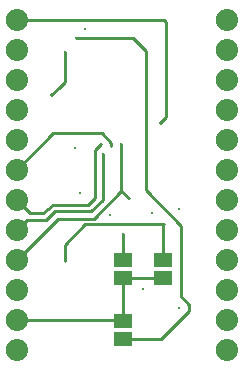
<source format=gbl>
G04 (created by PCBNEW (2013-jul-07)-stable) date Mon 28 Dec 2015 12:05:22 PM PST*
%MOIN*%
G04 Gerber Fmt 3.4, Leading zero omitted, Abs format*
%FSLAX34Y34*%
G01*
G70*
G90*
G04 APERTURE LIST*
%ADD10C,0.00393701*%
%ADD11R,0.063X0.046*%
%ADD12O,0.074X0.074*%
%ADD13C,0.0122*%
%ADD14C,0.01*%
G04 APERTURE END LIST*
G54D10*
G54D11*
X59965Y-43884D03*
X59965Y-44484D03*
X58626Y-43884D03*
X58626Y-44484D03*
X58626Y-46492D03*
X58626Y-45892D03*
G54D12*
X55083Y-39873D03*
X55083Y-38873D03*
X55083Y-37873D03*
X55083Y-36873D03*
X55083Y-35873D03*
X62071Y-35877D03*
X62071Y-36877D03*
X62071Y-37877D03*
X62071Y-38877D03*
X62071Y-39877D03*
X62071Y-40877D03*
X62071Y-41877D03*
X62071Y-42877D03*
X62071Y-43877D03*
X62071Y-44877D03*
X62071Y-45877D03*
X62071Y-46877D03*
X55083Y-43869D03*
X55083Y-42869D03*
X55083Y-41869D03*
X55083Y-40869D03*
X55083Y-44873D03*
X55083Y-45873D03*
X55083Y-46873D03*
G54D13*
X57339Y-36161D03*
X57012Y-40129D03*
X57170Y-41625D03*
X59571Y-42295D03*
X59296Y-44854D03*
X60477Y-42177D03*
X60477Y-45484D03*
X58193Y-42373D03*
X58626Y-43003D03*
X59973Y-42677D03*
X56697Y-43909D03*
X57957Y-40326D03*
X57886Y-39999D03*
X58233Y-40090D03*
X58556Y-39999D03*
X58823Y-41822D03*
X59847Y-39303D03*
X56233Y-38385D03*
X56697Y-36940D03*
X60831Y-45366D03*
X57052Y-36468D03*
G54D14*
X58626Y-43884D02*
X58626Y-43003D01*
X56697Y-43909D02*
X56697Y-43358D01*
X56697Y-43358D02*
X57367Y-42688D01*
X57367Y-42688D02*
X59961Y-42688D01*
X59961Y-42688D02*
X59973Y-42677D01*
X59965Y-43884D02*
X59965Y-42684D01*
X59965Y-42684D02*
X59973Y-42677D01*
X57957Y-40326D02*
X57957Y-41862D01*
X57957Y-41862D02*
X57563Y-42255D01*
X57563Y-42255D02*
X56343Y-42255D01*
X56343Y-42255D02*
X56067Y-42531D01*
X56067Y-42531D02*
X55422Y-42531D01*
X55422Y-42531D02*
X55083Y-42869D01*
X55536Y-42322D02*
X55957Y-42322D01*
X55957Y-42322D02*
X56272Y-42047D01*
X56272Y-42047D02*
X57453Y-42047D01*
X57453Y-42047D02*
X57689Y-41810D01*
X57689Y-41810D02*
X57682Y-40208D01*
X57682Y-40208D02*
X57886Y-40003D01*
X57886Y-40003D02*
X57886Y-39999D01*
X55536Y-42322D02*
X55083Y-41869D01*
X58233Y-40090D02*
X58233Y-39972D01*
X58233Y-39972D02*
X57918Y-39657D01*
X57918Y-39657D02*
X56296Y-39657D01*
X56296Y-39657D02*
X55083Y-40869D01*
X58608Y-45873D02*
X58626Y-45892D01*
X58626Y-45892D02*
X58626Y-44484D01*
X58626Y-44484D02*
X59965Y-44484D01*
X58608Y-45873D02*
X55083Y-45873D01*
X58567Y-41566D02*
X57642Y-42491D01*
X57642Y-42491D02*
X56461Y-42491D01*
X56461Y-42491D02*
X55083Y-43869D01*
X58823Y-41822D02*
X58567Y-41566D01*
X58556Y-39999D02*
X58567Y-40011D01*
X58567Y-40011D02*
X58567Y-41566D01*
X59989Y-35862D02*
X60052Y-35925D01*
X59989Y-35862D02*
X55095Y-35862D01*
X55095Y-35862D02*
X55083Y-35873D01*
X59847Y-39303D02*
X60052Y-39098D01*
X60052Y-39098D02*
X60052Y-35925D01*
X56528Y-38110D02*
X56233Y-38385D01*
X56528Y-38110D02*
X56697Y-37940D01*
X56697Y-37940D02*
X56697Y-36940D01*
X58626Y-46492D02*
X58626Y-46468D01*
X57052Y-36468D02*
X58941Y-36468D01*
X58941Y-36468D02*
X59375Y-36901D01*
X59375Y-36901D02*
X59375Y-41547D01*
X59375Y-41547D02*
X60556Y-42728D01*
X60556Y-42728D02*
X60556Y-45090D01*
X60556Y-45090D02*
X60831Y-45366D01*
X58626Y-46492D02*
X59901Y-46492D01*
X59901Y-46492D02*
X60831Y-45562D01*
X60831Y-45562D02*
X60831Y-45366D01*
M02*

</source>
